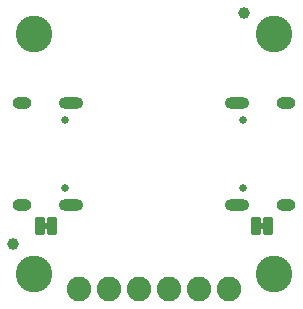
<source format=gbs>
%TF.GenerationSoftware,KiCad,Pcbnew,8.0.5*%
%TF.CreationDate,2024-09-30T11:30:18+01:00*%
%TF.ProjectId,Soft_Power_Switch_USB-C,536f6674-5f50-46f7-9765-725f53776974,v01*%
%TF.SameCoordinates,Original*%
%TF.FileFunction,Soldermask,Bot*%
%TF.FilePolarity,Negative*%
%FSLAX46Y46*%
G04 Gerber Fmt 4.6, Leading zero omitted, Abs format (unit mm)*
G04 Created by KiCad (PCBNEW 8.0.5) date 2024-09-30 11:30:18*
%MOMM*%
%LPD*%
G01*
G04 APERTURE LIST*
G04 Aperture macros list*
%AMRoundRect*
0 Rectangle with rounded corners*
0 $1 Rounding radius*
0 $2 $3 $4 $5 $6 $7 $8 $9 X,Y pos of 4 corners*
0 Add a 4 corners polygon primitive as box body*
4,1,4,$2,$3,$4,$5,$6,$7,$8,$9,$2,$3,0*
0 Add four circle primitives for the rounded corners*
1,1,$1+$1,$2,$3*
1,1,$1+$1,$4,$5*
1,1,$1+$1,$6,$7*
1,1,$1+$1,$8,$9*
0 Add four rect primitives between the rounded corners*
20,1,$1+$1,$2,$3,$4,$5,0*
20,1,$1+$1,$4,$5,$6,$7,0*
20,1,$1+$1,$6,$7,$8,$9,0*
20,1,$1+$1,$8,$9,$2,$3,0*%
G04 Aperture macros list end*
%ADD10C,0.000000*%
%ADD11C,2.082800*%
%ADD12C,3.100000*%
%ADD13C,0.650000*%
%ADD14O,1.600000X1.000000*%
%ADD15O,2.100000X1.000000*%
%ADD16C,1.000000*%
%ADD17RoundRect,0.101600X-0.330200X-0.635000X0.330200X-0.635000X0.330200X0.635000X-0.330200X0.635000X0*%
%ADD18RoundRect,0.101600X0.330200X0.635000X-0.330200X0.635000X-0.330200X-0.635000X0.330200X-0.635000X0*%
G04 APERTURE END LIST*
D10*
%TO.C,JP2*%
G36*
X22098000Y6363500D02*
G01*
X21590000Y6363500D01*
X21590000Y6844500D01*
X22098000Y6844500D01*
X22098000Y6363500D01*
G37*
%TO.C,JP1*%
G36*
X3810000Y6363500D02*
G01*
X3302000Y6363500D01*
X3302000Y6844500D01*
X3810000Y6844500D01*
X3810000Y6363500D01*
G37*
%TD*%
D11*
%TO.C,J3*%
X19050000Y1270000D03*
X16510000Y1270000D03*
X13970000Y1270000D03*
X11430000Y1270000D03*
X8890000Y1270000D03*
X6350000Y1270000D03*
%TD*%
D12*
%TO.C,ST4*%
X22860000Y2540000D03*
%TD*%
D13*
%TO.C,J2*%
X20241000Y9810000D03*
X20241000Y15590000D03*
D14*
X23891000Y8382000D03*
D15*
X19711000Y8382000D03*
X19711000Y17018000D03*
D14*
X23891000Y17018000D03*
%TD*%
D12*
%TO.C,ST3*%
X22860000Y22860000D03*
%TD*%
D13*
%TO.C,J1*%
X5159000Y15590000D03*
X5159000Y9810000D03*
D14*
X1509000Y17018000D03*
D15*
X5689000Y17018000D03*
X5689000Y8382000D03*
D14*
X1509000Y8382000D03*
%TD*%
D12*
%TO.C,ST1*%
X2540000Y22860000D03*
%TD*%
%TO.C,ST2*%
X2540000Y2540000D03*
%TD*%
D16*
%TO.C,FID3*%
X20320000Y24638000D03*
%TD*%
%TO.C,FID2*%
X762000Y5080000D03*
%TD*%
D17*
%TO.C,JP2*%
X21323300Y6604000D03*
X22364700Y6604000D03*
%TD*%
D18*
%TO.C,JP1*%
X4076700Y6604000D03*
X3035300Y6604000D03*
%TD*%
M02*

</source>
